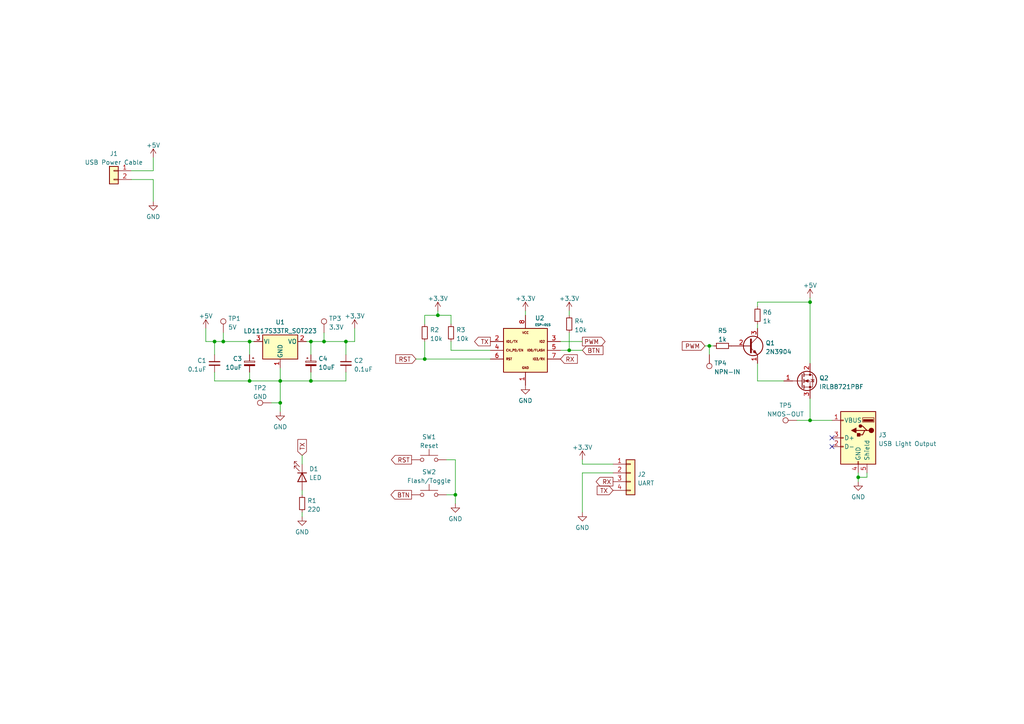
<source format=kicad_sch>
(kicad_sch (version 20211123) (generator eeschema)
  (paper "A4")
  (lib_symbols
    (symbol "Connector:TestPoint" (pin_numbers hide) (pin_names (offset 0.762) hide)
      (property "Reference" "TP" (at 0 6.858 0))
      (property "Value" "TestPoint" (at 0 5.08 0))
      (symbol "TestPoint_0_1"
        (circle (center 0 3.302) (radius 0.762))
      )
      (symbol "TestPoint_1_1"
        (pin passive line (at 0 0 90) (length 2.54) (name "1") (number "1"))
      )
    )
    (symbol "Connector:USB_A" (pin_names (offset 1.016))
      (property "Reference" "J" (at -5.08 11.43 0))
      (property "Value" "USB_A" (at -5.08 8.89 0))
      (symbol "USB_A_0_1"
        (rectangle (start -5.08 -7.62) (end 5.08 7.62) (stroke (width 0.254)) (fill (type background)))
        (circle (center -3.81 2.159) (radius 0.635) (stroke (width 0.254)) (fill (type outline)))
        (rectangle (start -1.524 4.826) (end -4.318 5.334) (fill (type outline)))
        (rectangle (start -1.27 4.572) (end -4.572 5.842))
        (circle (center -0.635 3.429) (radius 0.381) (stroke (width 0.254)) (fill (type outline)))
        (rectangle (start -0.127 -7.62) (end 0.127 -6.858))
        (polyline (pts (xy -3.175 2.159) (xy -2.54 2.159) (xy -1.27 3.429) (xy -0.635 3.429)) (stroke (width 0.254)))
        (polyline (pts (xy -2.54 2.159) (xy -1.905 2.159) (xy -1.27 0.889) (xy 0 0.889)) (stroke (width 0.254)))
        (polyline (pts (xy 0.635 2.794) (xy 0.635 1.524) (xy 1.905 2.159) (xy 0.635 2.794)) (stroke (width 0.254)) (fill (type outline)))
        (rectangle (start 0.254 1.27) (end -0.508 0.508) (stroke (width 0.254)) (fill (type outline)))
        (rectangle (start 5.08 -2.667) (end 4.318 -2.413))
        (rectangle (start 5.08 -0.127) (end 4.318 0.127))
        (rectangle (start 5.08 4.953) (end 4.318 5.207))
      )
      (symbol "USB_A_1_1"
        (polyline (pts (xy -1.905 2.159) (xy 0.635 2.159)) (stroke (width 0.254)))
        (pin power_in line (at 7.62 5.08 180) (length 2.54) (name "VBUS") (number "1"))
        (pin bidirectional line (at 7.62 -2.54 180) (length 2.54) (name "D-") (number "2"))
        (pin bidirectional line (at 7.62 0 180) (length 2.54) (name "D+") (number "3"))
        (pin power_in line (at 0 -10.16 90) (length 2.54) (name "GND") (number "4"))
        (pin passive line (at -2.54 -10.16 90) (length 2.54) (name "Shield") (number "5"))
      )
    )
    (symbol "Connector_Generic:Conn_01x02" (pin_names (offset 1.016) hide)
      (property "Reference" "J" (at 0 2.54 0))
      (property "Value" "Conn_01x02" (at 0 -5.08 0))
      (symbol "Conn_01x02_1_1"
        (rectangle (start -1.27 -2.413) (end 0 -2.667) (stroke (width 0.1524)))
        (rectangle (start -1.27 0.127) (end 0 -0.127) (stroke (width 0.1524)))
        (rectangle (start -1.27 1.27) (end 1.27 -3.81) (stroke (width 0.254)) (fill (type background)))
        (pin passive line (at -5.08 0 0) (length 3.81) (name "Pin_1") (number "1"))
        (pin passive line (at -5.08 -2.54 0) (length 3.81) (name "Pin_2") (number "2"))
      )
    )
    (symbol "Connector_Generic:Conn_01x04" (pin_names (offset 1.016) hide)
      (property "Reference" "J" (at 0 5.08 0))
      (property "Value" "Conn_01x04" (at 0 -7.62 0))
      (symbol "Conn_01x04_1_1"
        (rectangle (start -1.27 -4.953) (end 0 -5.207) (stroke (width 0.1524)))
        (rectangle (start -1.27 -2.413) (end 0 -2.667) (stroke (width 0.1524)))
        (rectangle (start -1.27 0.127) (end 0 -0.127) (stroke (width 0.1524)))
        (rectangle (start -1.27 2.667) (end 0 2.413) (stroke (width 0.1524)))
        (rectangle (start -1.27 3.81) (end 1.27 -6.35) (stroke (width 0.254)) (fill (type background)))
        (pin passive line (at -5.08 2.54 0) (length 3.81) (name "Pin_1") (number "1"))
        (pin passive line (at -5.08 0 0) (length 3.81) (name "Pin_2") (number "2"))
        (pin passive line (at -5.08 -2.54 0) (length 3.81) (name "Pin_3") (number "3"))
        (pin passive line (at -5.08 -5.08 0) (length 3.81) (name "Pin_4") (number "4"))
      )
    )
    (symbol "Device:C_Polarized_Small" (pin_numbers hide) (pin_names (offset 0.254) hide)
      (property "Reference" "C" (at 0.254 1.778 0))
      (property "Value" "C_Polarized_Small" (at 0.254 -2.032 0))
      (symbol "C_Polarized_Small_0_1"
        (rectangle (start -1.524 -0.3048) (end 1.524 -0.6858) (fill (type outline)))
        (rectangle (start -1.524 0.6858) (end 1.524 0.3048))
        (polyline (pts (xy -1.27 1.524) (xy -0.762 1.524)))
        (polyline (pts (xy -1.016 1.27) (xy -1.016 1.778)))
      )
      (symbol "C_Polarized_Small_1_1"
        (pin passive line (at 0 2.54 270) (length 1.8542) (name "~") (number "1"))
        (pin passive line (at 0 -2.54 90) (length 1.8542) (name "~") (number "2"))
      )
    )
    (symbol "Device:C_Small" (pin_numbers hide) (pin_names (offset 0.254) hide)
      (property "Reference" "C" (at 0.254 1.778 0))
      (property "Value" "C_Small" (at 0.254 -2.032 0))
      (symbol "C_Small_0_1"
        (polyline (pts (xy -1.524 -0.508) (xy 1.524 -0.508)) (stroke (width 0.3302)))
        (polyline (pts (xy -1.524 0.508) (xy 1.524 0.508)) (stroke (width 0.3048)))
      )
      (symbol "C_Small_1_1"
        (pin passive line (at 0 2.54 270) (length 2.032) (name "~") (number "1"))
        (pin passive line (at 0 -2.54 90) (length 2.032) (name "~") (number "2"))
      )
    )
    (symbol "Device:LED" (pin_numbers hide) (pin_names (offset 1.016) hide)
      (property "Reference" "D" (at 0 2.54 0))
      (property "Value" "LED" (at 0 -2.54 0))
      (symbol "LED_0_1"
        (polyline (pts (xy -1.27 -1.27) (xy -1.27 1.27)) (stroke (width 0.254)))
        (polyline (pts (xy -1.27 0) (xy 1.27 0)))
        (polyline (pts (xy 1.27 -1.27) (xy 1.27 1.27) (xy -1.27 0) (xy 1.27 -1.27)) (stroke (width 0.254)))
        (polyline (pts (xy -3.048 -0.762) (xy -4.572 -2.286) (xy -3.81 -2.286) (xy -4.572 -2.286) (xy -4.572 -1.524)))
        (polyline (pts (xy -1.778 -0.762) (xy -3.302 -2.286) (xy -2.54 -2.286) (xy -3.302 -2.286) (xy -3.302 -1.524)))
      )
      (symbol "LED_1_1"
        (pin passive line (at -3.81 0 0) (length 2.54) (name "K") (number "1"))
        (pin passive line (at 3.81 0 180) (length 2.54) (name "A") (number "2"))
      )
    )
    (symbol "Device:R_Small" (pin_numbers hide) (pin_names (offset 0.254) hide)
      (property "Reference" "R" (at 0.762 0.508 0))
      (property "Value" "R_Small" (at 0.762 -1.016 0))
      (symbol "R_Small_0_1"
        (rectangle (start -0.762 1.778) (end 0.762 -1.778) (stroke (width 0.2032)))
      )
      (symbol "R_Small_1_1"
        (pin passive line (at 0 2.54 270) (length 0.762) (name "~") (number "1"))
        (pin passive line (at 0 -2.54 90) (length 0.762) (name "~") (number "2"))
      )
    )
    (symbol "Regulator_Linear:LD1117S33TR_SOT223" (pin_names (offset 0.254))
      (property "Reference" "U" (at -3.81 3.175 0))
      (property "Value" "LD1117S33TR_SOT223" (at 0 3.175 0))
      (symbol "LD1117S33TR_SOT223_0_1"
        (rectangle (start -5.08 -5.08) (end 5.08 1.905) (stroke (width 0.254)) (fill (type background)))
      )
      (symbol "LD1117S33TR_SOT223_1_1"
        (pin power_in line (at 0 -7.62 90) (length 2.54) (name "GND") (number "1"))
        (pin power_out line (at 7.62 0 180) (length 2.54) (name "VO") (number "2"))
        (pin power_in line (at -7.62 0 0) (length 2.54) (name "VI") (number "3"))
      )
    )
    (symbol "Switch:SW_Push" (pin_numbers hide) (pin_names (offset 1.016) hide)
      (property "Reference" "SW" (at 1.27 2.54 0))
      (property "Value" "SW_Push" (at 0 -1.524 0))
      (symbol "SW_Push_0_1"
        (circle (center -2.032 0) (radius 0.508))
        (polyline (pts (xy 0 1.27) (xy 0 3.048)))
        (polyline (pts (xy 2.54 1.27) (xy -2.54 1.27)))
        (circle (center 2.032 0) (radius 0.508))
        (pin passive line (at -5.08 0 0) (length 2.54) (name "1") (number "1"))
        (pin passive line (at 5.08 0 180) (length 2.54) (name "2") (number "2"))
      )
    )
    (symbol "Transistor_BJT:2N3904" (pin_names (offset 0) hide)
      (property "Reference" "Q" (at 5.08 1.905 0))
      (property "Value" "2N3904" (at 5.08 0 0))
      (symbol "2N3904_0_1"
        (polyline (pts (xy 0.635 0.635) (xy 2.54 2.54)))
        (polyline (pts (xy 0.635 -0.635) (xy 2.54 -2.54) (xy 2.54 -2.54)))
        (polyline (pts (xy 0.635 1.905) (xy 0.635 -1.905) (xy 0.635 -1.905)) (stroke (width 0.508)))
        (polyline (pts (xy 1.27 -1.778) (xy 1.778 -1.27) (xy 2.286 -2.286) (xy 1.27 -1.778) (xy 1.27 -1.778)) (fill (type outline)))
        (circle (center 1.27 0) (radius 2.8194) (stroke (width 0.254)))
      )
      (symbol "2N3904_1_1"
        (pin passive line (at 2.54 -5.08 90) (length 2.54) (name "E") (number "1"))
        (pin passive line (at -5.08 0 0) (length 5.715) (name "B") (number "2"))
        (pin passive line (at 2.54 5.08 270) (length 2.54) (name "C") (number "3"))
      )
    )
    (symbol "Transistor_FET:IRLB8721PBF" (pin_names hide)
      (property "Reference" "Q" (at 6.35 1.905 0))
      (property "Value" "IRLB8721PBF" (at 6.35 0 0))
      (symbol "IRLB8721PBF_0_1"
        (polyline (pts (xy 0.254 0) (xy -2.54 0)))
        (polyline (pts (xy 0.254 1.905) (xy 0.254 -1.905)) (stroke (width 0.254)))
        (polyline (pts (xy 0.762 -1.27) (xy 0.762 -2.286)) (stroke (width 0.254)))
        (polyline (pts (xy 0.762 0.508) (xy 0.762 -0.508)) (stroke (width 0.254)))
        (polyline (pts (xy 0.762 2.286) (xy 0.762 1.27)) (stroke (width 0.254)))
        (polyline (pts (xy 2.54 2.54) (xy 2.54 1.778)))
        (polyline (pts (xy 2.54 -2.54) (xy 2.54 0) (xy 0.762 0)))
        (polyline (pts (xy 0.762 -1.778) (xy 3.302 -1.778) (xy 3.302 1.778) (xy 0.762 1.778)))
        (polyline (pts (xy 1.016 0) (xy 2.032 0.381) (xy 2.032 -0.381) (xy 1.016 0)) (fill (type outline)))
        (polyline (pts (xy 2.794 0.508) (xy 2.921 0.381) (xy 3.683 0.381) (xy 3.81 0.254)))
        (polyline (pts (xy 3.302 0.381) (xy 2.921 -0.254) (xy 3.683 -0.254) (xy 3.302 0.381)))
        (circle (center 1.651 0) (radius 2.794) (stroke (width 0.254)))
        (circle (center 2.54 -1.778) (radius 0.254) (fill (type outline)))
        (circle (center 2.54 1.778) (radius 0.254) (fill (type outline)))
      )
      (symbol "IRLB8721PBF_1_1"
        (pin input line (at -5.08 0 0) (length 2.54) (name "G") (number "1"))
        (pin passive line (at 2.54 5.08 270) (length 2.54) (name "D") (number "2"))
        (pin passive line (at 2.54 -5.08 90) (length 2.54) (name "S") (number "3"))
      )
    )
    (symbol "esp-grow-light:ESP-01S" (pin_names (offset 1.016) hide)
      (property "Reference" "U" (at -6.35 5.08 0))
      (property "Value" "ESP-01S" (at 6.35 -10.16 0))
      (symbol "ESP-01S_0_0"
        (text "CH_PD/EN" (at -5.715 -2.54 0) (effects (font (size 0.64 0.64)) (justify left)))
        (text "GND" (at 0 -7.62 0) (effects (font (size 0.64 0.64))))
        (text "IO0/FLASH" (at 5.715 -2.54 0) (effects (font (size 0.64 0.64)) (justify right)))
        (text "IO1/TX" (at -5.715 0 0) (effects (font (size 0.64 0.64)) (justify left)))
        (text "IO2" (at 5.715 0 0) (effects (font (size 0.64 0.64)) (justify right)))
        (text "IO3/RX" (at 5.715 -5.08 0) (effects (font (size 0.64 0.64)) (justify right)))
        (text "RST" (at -5.715 -5.08 0) (effects (font (size 0.64 0.64)) (justify left)))
        (text "VCC" (at 0 2.54 0) (effects (font (size 0.64 0.64))))
      )
      (symbol "ESP-01S_1_1"
        (rectangle (start -6.35 3.81) (end 6.35 -8.89) (stroke (width 0.254)) (fill (type background)))
        (pin passive line (at 0 -12.7 90) (length 3.81) (name "Pin_1") (number "1"))
        (pin passive line (at -10.16 0 0) (length 3.81) (name "Pin_2") (number "2"))
        (pin passive line (at 10.16 0 180) (length 3.81) (name "Pin_3") (number "3"))
        (pin passive line (at -10.16 -2.54 0) (length 3.81) (name "Pin_4") (number "4"))
        (pin passive line (at 10.16 -2.54 180) (length 3.81) (name "Pin_5") (number "5"))
        (pin passive line (at -10.16 -5.08 0) (length 3.81) (name "Pin_6") (number "6"))
        (pin passive line (at 10.16 -5.08 180) (length 3.81) (name "Pin_7") (number "7"))
        (pin passive line (at 0 7.62 270) (length 3.81) (name "Pin_8") (number "8"))
      )
    )
    (symbol "power:+3.3V" (power) (pin_names (offset 0))
      (property "Value" "+3.3V" (at 0 3.556 0))
      (symbol "+3.3V_0_1"
        (polyline (pts (xy -0.762 1.27) (xy 0 2.54)))
        (polyline (pts (xy 0 0) (xy 0 2.54)))
        (polyline (pts (xy 0 2.54) (xy 0.762 1.27)))
      )
      (symbol "+3.3V_1_1"
        (pin power_in line (at 0 0 90) (length 0) hide (name "+3.3V") (number "1"))
      )
    )
    (symbol "power:+5V" (power) (pin_names (offset 0))
      (property "Value" "+5V" (at 0 3.556 0))
      (symbol "+5V_0_1"
        (polyline (pts (xy -0.762 1.27) (xy 0 2.54)))
        (polyline (pts (xy 0 0) (xy 0 2.54)))
        (polyline (pts (xy 0 2.54) (xy 0.762 1.27)))
      )
      (symbol "+5V_1_1"
        (pin power_in line (at 0 0 90) (length 0) hide (name "+5V") (number "1"))
      )
    )
    (symbol "power:GND" (power) (pin_names (offset 0))
      (property "Value" "GND" (at 0 -3.81 0))
      (symbol "GND_0_1"
        (polyline (pts (xy 0 0) (xy 0 -1.27) (xy 1.27 -1.27) (xy 0 -2.54) (xy -1.27 -1.27) (xy 0 -1.27)))
      )
      (symbol "GND_1_1"
        (pin power_in line (at 0 0 270) (length 0) hide (name "GND") (number "1"))
      )
    )
  )
  (junction (at 205.74 100.33))
  (junction (at 234.95 121.92))
  (junction (at 81.28 110.49))
  (junction (at 90.17 110.49))
  (junction (at 165.1 101.6))
  (junction (at 93.98 99.06))
  (junction (at 64.77 99.06))
  (junction (at 248.92 138.43))
  (junction (at 127 91.44))
  (junction (at 90.17 99.06))
  (junction (at 132.08 143.51))
  (junction (at 100.33 99.06))
  (junction (at 234.95 87.63))
  (junction (at 72.39 110.49))
  (junction (at 62.23 99.06))
  (junction (at 81.28 116.84))
  (junction (at 123.19 104.14))
  (junction (at 72.39 99.06))
  (no_connect (at 241.3 127))
  (no_connect (at 241.3 129.54))
  (wire (pts (xy 38.1 52.07) (xy 44.45 52.07)))
  (wire (pts (xy 219.71 87.63) (xy 234.95 87.63)))
  (wire (pts (xy 64.77 96.52) (xy 64.77 99.06)))
  (wire (pts (xy 87.63 142.24) (xy 87.63 143.51)))
  (wire (pts (xy 59.69 99.06) (xy 59.69 95.25)))
  (wire (pts (xy 90.17 99.06) (xy 93.98 99.06)))
  (wire (pts (xy 72.39 107.95) (xy 72.39 110.49)))
  (wire (pts (xy 44.45 45.72) (xy 44.45 49.53)))
  (wire (pts (xy 132.08 143.51) (xy 129.54 143.51)))
  (wire (pts (xy 219.71 87.63) (xy 219.71 88.9)))
  (wire (pts (xy 231.14 121.92) (xy 234.95 121.92)))
  (wire (pts (xy 62.23 99.06) (xy 62.23 102.87)))
  (wire (pts (xy 64.77 99.06) (xy 62.23 99.06)))
  (wire (pts (xy 130.81 93.98) (xy 130.81 91.44)))
  (wire (pts (xy 72.39 99.06) (xy 72.39 102.87)))
  (wire (pts (xy 142.24 104.14) (xy 123.19 104.14)))
  (wire (pts (xy 87.63 148.59) (xy 87.63 149.86)))
  (wire (pts (xy 102.87 99.06) (xy 102.87 95.25)))
  (wire (pts (xy 205.74 100.33) (xy 207.01 100.33)))
  (wire (pts (xy 251.46 137.16) (xy 251.46 138.43)))
  (wire (pts (xy 168.91 137.16) (xy 168.91 148.59)))
  (wire (pts (xy 227.33 110.49) (xy 219.71 110.49)))
  (wire (pts (xy 93.98 96.52) (xy 93.98 99.06)))
  (wire (pts (xy 234.95 86.36) (xy 234.95 87.63)))
  (wire (pts (xy 81.28 110.49) (xy 72.39 110.49)))
  (wire (pts (xy 44.45 52.07) (xy 44.45 58.42)))
  (wire (pts (xy 165.1 101.6) (xy 162.56 101.6)))
  (wire (pts (xy 90.17 107.95) (xy 90.17 110.49)))
  (wire (pts (xy 100.33 99.06) (xy 102.87 99.06)))
  (wire (pts (xy 90.17 99.06) (xy 90.17 102.87)))
  (wire (pts (xy 234.95 115.57) (xy 234.95 121.92)))
  (wire (pts (xy 127 90.17) (xy 127 91.44)))
  (wire (pts (xy 81.28 110.49) (xy 90.17 110.49)))
  (wire (pts (xy 87.63 132.08) (xy 87.63 134.62)))
  (wire (pts (xy 204.47 100.33) (xy 205.74 100.33)))
  (wire (pts (xy 100.33 99.06) (xy 100.33 102.87)))
  (wire (pts (xy 219.71 110.49) (xy 219.71 105.41)))
  (wire (pts (xy 100.33 107.95) (xy 100.33 110.49)))
  (wire (pts (xy 38.1 49.53) (xy 44.45 49.53)))
  (wire (pts (xy 168.91 137.16) (xy 177.8 137.16)))
  (wire (pts (xy 62.23 99.06) (xy 59.69 99.06)))
  (wire (pts (xy 72.39 99.06) (xy 64.77 99.06)))
  (wire (pts (xy 130.81 101.6) (xy 142.24 101.6)))
  (wire (pts (xy 73.66 99.06) (xy 72.39 99.06)))
  (wire (pts (xy 219.71 93.98) (xy 219.71 95.25)))
  (wire (pts (xy 248.92 137.16) (xy 248.92 138.43)))
  (wire (pts (xy 88.9 99.06) (xy 90.17 99.06)))
  (wire (pts (xy 90.17 110.49) (xy 100.33 110.49)))
  (wire (pts (xy 168.91 133.35) (xy 168.91 134.62)))
  (wire (pts (xy 81.28 106.68) (xy 81.28 110.49)))
  (wire (pts (xy 81.28 110.49) (xy 81.28 116.84)))
  (wire (pts (xy 129.54 133.35) (xy 132.08 133.35)))
  (wire (pts (xy 165.1 90.17) (xy 165.1 91.44)))
  (wire (pts (xy 132.08 143.51) (xy 132.08 146.05)))
  (wire (pts (xy 130.81 99.06) (xy 130.81 101.6)))
  (wire (pts (xy 248.92 138.43) (xy 248.92 139.7)))
  (wire (pts (xy 162.56 99.06) (xy 168.91 99.06)))
  (wire (pts (xy 165.1 96.52) (xy 165.1 101.6)))
  (wire (pts (xy 93.98 99.06) (xy 100.33 99.06)))
  (wire (pts (xy 132.08 133.35) (xy 132.08 143.51)))
  (wire (pts (xy 152.4 90.17) (xy 152.4 91.44)))
  (wire (pts (xy 234.95 121.92) (xy 241.3 121.92)))
  (wire (pts (xy 123.19 104.14) (xy 123.19 99.06)))
  (wire (pts (xy 81.28 116.84) (xy 81.28 119.38)))
  (wire (pts (xy 123.19 91.44) (xy 123.19 93.98)))
  (wire (pts (xy 78.74 116.84) (xy 81.28 116.84)))
  (wire (pts (xy 251.46 138.43) (xy 248.92 138.43)))
  (wire (pts (xy 234.95 87.63) (xy 234.95 105.41)))
  (wire (pts (xy 62.23 107.95) (xy 62.23 110.49)))
  (wire (pts (xy 72.39 110.49) (xy 62.23 110.49)))
  (wire (pts (xy 120.65 104.14) (xy 123.19 104.14)))
  (wire (pts (xy 205.74 100.33) (xy 205.74 102.87)))
  (wire (pts (xy 168.91 134.62) (xy 177.8 134.62)))
  (wire (pts (xy 168.91 101.6) (xy 165.1 101.6)))
  (wire (pts (xy 130.81 91.44) (xy 127 91.44)))
  (wire (pts (xy 127 91.44) (xy 123.19 91.44)))
  (global_label "PWM" (shape output) (at 168.91 99.06 0) (property "Intersheet References" "${INTERSHEET_REFS}" (effects hide)))
  (global_label "RX" (shape input) (at 162.56 104.14 0) (property "Intersheet References" "${INTERSHEET_REFS}" (effects hide)))
  (global_label "TX" (shape input) (at 87.63 132.08 90) (property "Intersheet References" "${INTERSHEET_REFS}" (effects hide)))
  (global_label "BTN" (shape input) (at 168.91 101.6 0) (property "Intersheet References" "${INTERSHEET_REFS}" (effects hide)))
  (global_label "RST" (shape input) (at 120.65 104.14 180) (property "Intersheet References" "${INTERSHEET_REFS}" (effects hide)))
  (global_label "RST" (shape output) (at 119.38 133.35 180) (property "Intersheet References" "${INTERSHEET_REFS}" (effects hide)))
  (global_label "RX" (shape output) (at 177.8 139.7 180) (property "Intersheet References" "${INTERSHEET_REFS}" (effects hide)))
  (global_label "BTN" (shape output) (at 119.38 143.51 180) (property "Intersheet References" "${INTERSHEET_REFS}" (effects hide)))
  (global_label "PWM" (shape input) (at 204.47 100.33 180) (property "Intersheet References" "${INTERSHEET_REFS}" (effects hide)))
  (global_label "TX" (shape input) (at 177.8 142.24 180) (property "Intersheet References" "${INTERSHEET_REFS}" (effects hide)))
  (global_label "TX" (shape output) (at 142.24 99.06 180) (property "Intersheet References" "${INTERSHEET_REFS}" (effects hide)))
  (symbol (lib_id "Switch:SW_Push") (at 124.46 143.51 0) (unit 1)
    (property "Reference" "SW2" (at 124.46 136.8892 0))
    (property "Value" "Flash/Toggle" (at 124.46 139.4261 0))
  )
  (symbol (lib_id "Device:C_Small") (at 62.23 105.41 0) (mirror y) (unit 1)
    (property "Reference" "C1" (at 59.9059 104.5816 0) (effects (justify left)))
    (property "Value" "0.1uF" (at 59.9059 107.1185 0) (effects (justify left)))
  )
  (symbol (lib_id "Device:R_Small") (at 209.55 100.33 90) (unit 1)
    (property "Reference" "R5" (at 209.55 95.8936 90))
    (property "Value" "1k" (at 209.55 98.4305 90))
  )
  (symbol (lib_id "power:+3.3V") (at 127 90.17 0) (unit 1)
    (property "Reference" "#PWR07" (effects hide))
    (property "Value" "+3.3V" (at 127 86.5942 0))
  )
  (symbol (lib_id "Device:R_Small") (at 219.71 91.44 180) (unit 1)
    (property "Reference" "R6" (at 221.2086 90.6053 0) (effects (justify right)))
    (property "Value" "1k" (at 221.2086 93.1422 0) (effects (justify right)))
  )
  (symbol (lib_id "Device:C_Polarized_Small") (at 90.17 105.41 0) (unit 1)
    (property "Reference" "C4" (at 92.329 104.0292 0) (effects (justify left)))
    (property "Value" "10uF" (at 92.329 106.5661 0) (effects (justify left)))
  )
  (symbol (lib_id "Connector_Generic:Conn_01x02") (at 33.02 49.53 0) (mirror y) (unit 1)
    (property "Reference" "J1" (at 33.02 44.5602 0))
    (property "Value" "USB Power Cable" (at 33.02 47.0971 0))
  )
  (symbol (lib_id "Connector:TestPoint") (at 205.74 102.87 180) (unit 1)
    (property "Reference" "TP4" (at 207.137 105.3373 0) (effects (justify right)))
    (property "Value" "NPN-IN" (at 207.137 107.8742 0) (effects (justify right)))
  )
  (symbol (lib_id "power:GND") (at 44.45 58.42 0) (unit 1)
    (property "Reference" "#PWR02" (effects hide))
    (property "Value" "GND" (at 44.45 62.8634 0))
  )
  (symbol (lib_id "Connector:TestPoint") (at 78.74 116.84 90) (unit 1)
    (property "Reference" "TP2" (at 75.438 112.5052 90))
    (property "Value" "GND" (at 75.438 115.0421 90))
  )
  (symbol (lib_id "Device:C_Small") (at 100.33 105.41 0) (unit 1)
    (property "Reference" "C2" (at 102.6541 104.5816 0) (effects (justify left)))
    (property "Value" "0.1uF" (at 102.6541 107.1185 0) (effects (justify left)))
  )
  (symbol (lib_id "power:+5V") (at 44.45 45.72 0) (unit 1)
    (property "Reference" "#PWR01" (effects hide))
    (property "Value" "+5V" (at 44.45 42.1442 0))
  )
  (symbol (lib_id "Device:LED") (at 87.63 138.43 270) (unit 1)
    (property "Reference" "D1" (at 89.662 136.0078 90) (effects (justify left)))
    (property "Value" "LED" (at 89.662 138.5447 90) (effects (justify left)))
  )
  (symbol (lib_id "power:GND") (at 168.91 148.59 0) (unit 1)
    (property "Reference" "#PWR013" (effects hide))
    (property "Value" "GND" (at 168.91 153.0334 0))
  )
  (symbol (lib_id "Connector:USB_A") (at 248.92 127 0) (mirror y) (unit 1)
    (property "Reference" "J3" (at 254.762 126.1653 0) (effects (justify right)))
    (property "Value" "USB Light Output" (at 254.762 128.7022 0) (effects (justify right)))
    (property "Datasheet" " ~" (effects hide))
  )
  (symbol (lib_id "power:GND") (at 132.08 146.05 0) (unit 1)
    (property "Reference" "#PWR08" (effects hide))
    (property "Value" "GND" (at 132.08 150.4934 0))
  )
  (symbol (lib_id "Connector:TestPoint") (at 64.77 96.52 0) (unit 1)
    (property "Reference" "TP1" (at 66.167 92.3833 0) (effects (justify left)))
    (property "Value" "5V" (at 66.167 94.9202 0) (effects (justify left)))
  )
  (symbol (lib_id "power:+5V") (at 234.95 86.36 0) (unit 1)
    (property "Reference" "#PWR014" (effects hide))
    (property "Value" "+5V" (at 234.95 82.7842 0))
  )
  (symbol (lib_id "Connector:TestPoint") (at 93.98 96.52 0) (unit 1)
    (property "Reference" "TP3" (at 95.377 92.3833 0) (effects (justify left)))
    (property "Value" "3.3V" (at 95.377 94.9202 0) (effects (justify left)))
  )
  (symbol (lib_id "Device:R_Small") (at 165.1 93.98 0) (unit 1)
    (property "Reference" "R4" (at 166.5986 93.1453 0) (effects (justify left)))
    (property "Value" "10k" (at 166.5986 95.6822 0) (effects (justify left)))
  )
  (symbol (lib_id "power:GND") (at 248.92 139.7 0) (unit 1)
    (property "Reference" "#PWR015" (effects hide))
    (property "Value" "GND" (at 248.92 144.1434 0))
  )
  (symbol (lib_id "Regulator_Linear:LD1117S33TR_SOT223") (at 81.28 99.06 0) (unit 1)
    (property "Reference" "U1" (at 81.28 93.4552 0))
    (property "Value" "LD1117S33TR_SOT223" (at 81.28 95.9921 0))
    (property "Footprint" "Package_TO_SOT_SMD:SOT-223-3_TabPin2" (effects hide))
    (property "Datasheet" "http://www.st.com/st-web-ui/static/active/en/resource/technical/document/datasheet/CD00000544.pdf" (effects hide))
  )
  (symbol (lib_id "Device:R_Small") (at 87.63 146.05 0) (unit 1)
    (property "Reference" "R1" (at 89.1286 145.2153 0) (effects (justify left)))
    (property "Value" "220" (at 89.1286 147.7522 0) (effects (justify left)))
  )
  (symbol (lib_id "power:+3.3V") (at 102.87 95.25 0) (unit 1)
    (property "Reference" "#PWR06" (effects hide))
    (property "Value" "+3.3V" (at 102.87 91.6742 0))
  )
  (symbol (lib_id "Device:C_Polarized_Small") (at 72.39 105.41 0) (mirror y) (unit 1)
    (property "Reference" "C3" (at 70.231 104.0292 0) (effects (justify left)))
    (property "Value" "10uF" (at 70.231 106.5661 0) (effects (justify left)))
  )
  (symbol (lib_id "power:GND") (at 87.63 149.86 0) (unit 1)
    (property "Reference" "#PWR05" (effects hide))
    (property "Value" "GND" (at 87.63 154.3034 0))
  )
  (symbol (lib_id "power:+3.3V") (at 152.4 90.17 0) (unit 1)
    (property "Reference" "#PWR09" (effects hide))
    (property "Value" "+3.3V" (at 152.4 86.5942 0))
  )
  (symbol (lib_id "Switch:SW_Push") (at 124.46 133.35 0) (unit 1)
    (property "Reference" "SW1" (at 124.46 126.7292 0))
    (property "Value" "Reset" (at 124.46 129.2661 0))
  )
  (symbol (lib_id "Connector_Generic:Conn_01x04") (at 182.88 137.16 0) (unit 1)
    (property "Reference" "J2" (at 184.912 137.5953 0) (effects (justify left)))
    (property "Value" "UART" (at 184.912 140.1322 0) (effects (justify left)))
  )
  (symbol (lib_id "Device:R_Small") (at 130.81 96.52 0) (unit 1)
    (property "Reference" "R3" (at 132.3086 95.6853 0) (effects (justify left)))
    (property "Value" "10k" (at 132.3086 98.2222 0) (effects (justify left)))
  )
  (symbol (lib_id "Device:R_Small") (at 123.19 96.52 0) (unit 1)
    (property "Reference" "R2" (at 124.6886 95.6853 0) (effects (justify left)))
    (property "Value" "10k" (at 124.6886 98.2222 0) (effects (justify left)))
  )
  (symbol (lib_id "power:+3.3V") (at 168.91 133.35 0) (unit 1)
    (property "Reference" "#PWR012" (effects hide))
    (property "Value" "+3.3V" (at 168.91 129.7742 0))
  )
  (symbol (lib_id "Transistor_BJT:2N3904") (at 217.17 100.33 0) (unit 1)
    (property "Reference" "Q1" (at 222.0214 99.4953 0) (effects (justify left)))
    (property "Value" "2N3904" (at 222.0214 102.0322 0) (effects (justify left)))
    (property "Footprint" "Package_TO_SOT_THT:TO-92_Inline" (effects hide))
    (property "Datasheet" "https://www.onsemi.com/pub/Collateral/2N3903-D.PDF" (effects hide))
  )
  (symbol (lib_id "Transistor_FET:IRLB8721PBF") (at 232.41 110.49 0) (unit 1)
    (property "Reference" "Q2" (at 237.617 109.6553 0) (effects (justify left)))
    (property "Value" "IRLB8721PBF" (at 237.617 112.1922 0) (effects (justify left)))
    (property "Footprint" "Package_TO_SOT_THT:TO-220-3_Vertical" (effects hide))
    (property "Datasheet" "http://www.infineon.com/dgdl/irlb8721pbf.pdf?fileId=5546d462533600a40153566056732591" (effects hide))
  )
  (symbol (lib_id "Connector:TestPoint") (at 231.14 121.92 90) (unit 1)
    (property "Reference" "TP5" (at 227.838 117.5852 90))
    (property "Value" "NMOS-OUT" (at 227.838 120.1221 90))
  )
  (symbol (lib_id "esp-grow-light:ESP-01S") (at 152.4 99.06 0) (unit 1)
    (property "Reference" "U2" (at 155.1687 92.2524 0) (effects (justify left)))
    (property "Value" "ESP-01S" (at 155.1687 94.2231 0) (effects (font (size 0.64 0.64)) (justify left)))
  )
  (symbol (lib_id "power:GND") (at 152.4 111.76 0) (unit 1)
    (property "Reference" "#PWR010" (effects hide))
    (property "Value" "GND" (at 152.4 116.2034 0))
  )
  (symbol (lib_id "power:+5V") (at 59.69 95.25 0) (unit 1)
    (property "Reference" "#PWR03" (effects hide))
    (property "Value" "+5V" (at 59.69 91.6742 0))
  )
  (symbol (lib_id "power:GND") (at 81.28 119.38 0) (unit 1)
    (property "Reference" "#PWR04" (effects hide))
    (property "Value" "GND" (at 81.28 123.8234 0))
  )
  (symbol (lib_id "power:+3.3V") (at 165.1 90.17 0) (unit 1)
    (property "Reference" "#PWR011" (effects hide))
    (property "Value" "+3.3V" (at 165.1 86.5942 0))
  )
)
</source>
